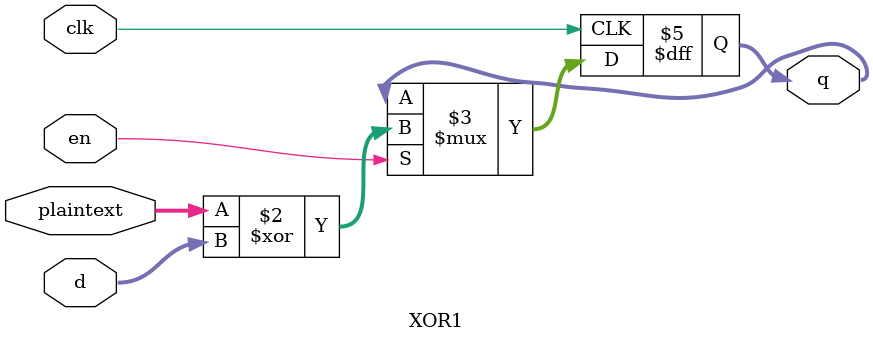
<source format=v>

module XOR1(clk,en,plaintext,d,q);

input clk;
input en;
input [15:0] plaintext,d;
output [15:0] q;

reg [15:0] q;

always@(posedge clk)
begin
 if(en) q<=plaintext^d;
end

endmodule
</source>
